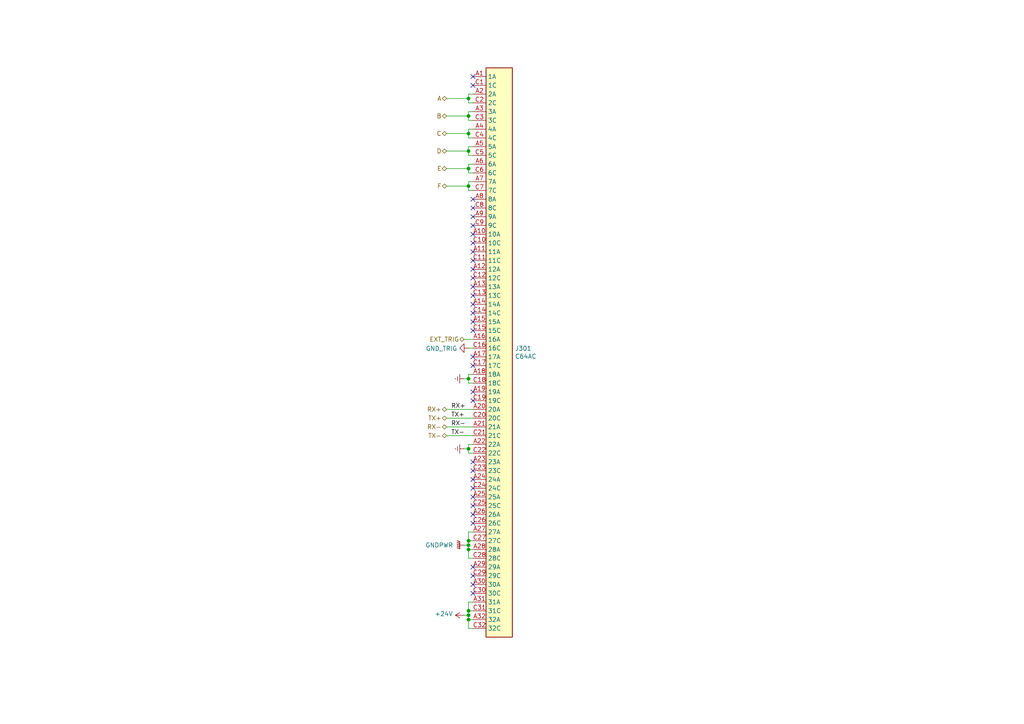
<source format=kicad_sch>
(kicad_sch (version 20230121) (generator eeschema)
  (paper "A4")
  (lib_symbols
    (symbol "Connector:C64AC"
      (property "Reference" "J" (at 0 85.09 0))
      (property "Value" "Connector_C64AC" (at 6.35 1.27 90))
      (symbol "C64AC_0_1"
        (rectangle (start -3.81 -81.28) (end 3.81 83.82) (stroke (width 0.254)) (fill (type background)))
      )
      (symbol "C64AC_1_1"
        (pin passive line (at -7.62 81.28 0) (length 3.81) (name "1A") (number "A1"))
        (pin passive line (at -7.62 35.56 0) (length 3.81) (name "10A") (number "A10"))
        (pin passive line (at -7.62 30.48 0) (length 3.81) (name "11A") (number "A11"))
        (pin passive line (at -7.62 25.4 0) (length 3.81) (name "12A") (number "A12"))
        (pin passive line (at -7.62 20.32 0) (length 3.81) (name "13A") (number "A13"))
        (pin passive line (at -7.62 15.24 0) (length 3.81) (name "14A") (number "A14"))
        (pin passive line (at -7.62 10.16 0) (length 3.81) (name "15A") (number "A15"))
        (pin passive line (at -7.62 5.08 0) (length 3.81) (name "16A") (number "A16"))
        (pin passive line (at -7.62 0 0) (length 3.81) (name "17A") (number "A17"))
        (pin passive line (at -7.62 -5.08 0) (length 3.81) (name "18A") (number "A18"))
        (pin passive line (at -7.62 -10.16 0) (length 3.81) (name "19A") (number "A19"))
        (pin passive line (at -7.62 76.2 0) (length 3.81) (name "2A") (number "A2"))
        (pin passive line (at -7.62 -15.24 0) (length 3.81) (name "20A") (number "A20"))
        (pin passive line (at -7.62 -20.32 0) (length 3.81) (name "21A") (number "A21"))
        (pin passive line (at -7.62 -25.4 0) (length 3.81) (name "22A") (number "A22"))
        (pin passive line (at -7.62 -30.48 0) (length 3.81) (name "23A") (number "A23"))
        (pin passive line (at -7.62 -35.56 0) (length 3.81) (name "24A") (number "A24"))
        (pin passive line (at -7.62 -40.64 0) (length 3.81) (name "25A") (number "A25"))
        (pin passive line (at -7.62 -45.72 0) (length 3.81) (name "26A") (number "A26"))
        (pin passive line (at -7.62 -50.8 0) (length 3.81) (name "27A") (number "A27"))
        (pin passive line (at -7.62 -55.88 0) (length 3.81) (name "28A") (number "A28"))
        (pin passive line (at -7.62 -60.96 0) (length 3.81) (name "29A") (number "A29"))
        (pin passive line (at -7.62 71.12 0) (length 3.81) (name "3A") (number "A3"))
        (pin passive line (at -7.62 -66.04 0) (length 3.81) (name "30A") (number "A30"))
        (pin passive line (at -7.62 -71.12 0) (length 3.81) (name "31A") (number "A31"))
        (pin passive line (at -7.62 -76.2 0) (length 3.81) (name "32A") (number "A32"))
        (pin passive line (at -7.62 66.04 0) (length 3.81) (name "4A") (number "A4"))
        (pin passive line (at -7.62 60.96 0) (length 3.81) (name "5A") (number "A5"))
        (pin passive line (at -7.62 55.88 0) (length 3.81) (name "6A") (number "A6"))
        (pin passive line (at -7.62 50.8 0) (length 3.81) (name "7A") (number "A7"))
        (pin passive line (at -7.62 45.72 0) (length 3.81) (name "8A") (number "A8"))
        (pin passive line (at -7.62 40.64 0) (length 3.81) (name "9A") (number "A9"))
        (pin passive line (at -7.62 78.74 0) (length 3.81) (name "1C") (number "C1"))
        (pin passive line (at -7.62 33.02 0) (length 3.81) (name "10C") (number "C10"))
        (pin passive line (at -7.62 27.94 0) (length 3.81) (name "11C") (number "C11"))
        (pin passive line (at -7.62 22.86 0) (length 3.81) (name "12C") (number "C12"))
        (pin passive line (at -7.62 17.78 0) (length 3.81) (name "13C") (number "C13"))
        (pin passive line (at -7.62 12.7 0) (length 3.81) (name "14C") (number "C14"))
        (pin passive line (at -7.62 7.62 0) (length 3.81) (name "15C") (number "C15"))
        (pin passive line (at -7.62 2.54 0) (length 3.81) (name "16C") (number "C16"))
        (pin passive line (at -7.62 -2.54 0) (length 3.81) (name "17C") (number "C17"))
        (pin passive line (at -7.62 -7.62 0) (length 3.81) (name "18C") (number "C18"))
        (pin passive line (at -7.62 -12.7 0) (length 3.81) (name "19C") (number "C19"))
        (pin passive line (at -7.62 73.66 0) (length 3.81) (name "2C") (number "C2"))
        (pin passive line (at -7.62 -17.78 0) (length 3.81) (name "20C") (number "C20"))
        (pin passive line (at -7.62 -22.86 0) (length 3.81) (name "21C") (number "C21"))
        (pin passive line (at -7.62 -27.94 0) (length 3.81) (name "22C") (number "C22"))
        (pin passive line (at -7.62 -33.02 0) (length 3.81) (name "23C") (number "C23"))
        (pin passive line (at -7.62 -38.1 0) (length 3.81) (name "24C") (number "C24"))
        (pin passive line (at -7.62 -43.18 0) (length 3.81) (name "25C") (number "C25"))
        (pin passive line (at -7.62 -48.26 0) (length 3.81) (name "26C") (number "C26"))
        (pin passive line (at -7.62 -53.34 0) (length 3.81) (name "27C") (number "C27"))
        (pin passive line (at -7.62 -58.42 0) (length 3.81) (name "28C") (number "C28"))
        (pin passive line (at -7.62 -63.5 0) (length 3.81) (name "29C") (number "C29"))
        (pin passive line (at -7.62 68.58 0) (length 3.81) (name "3C") (number "C3"))
        (pin passive line (at -7.62 -68.58 0) (length 3.81) (name "30C") (number "C30"))
        (pin passive line (at -7.62 -73.66 0) (length 3.81) (name "31C") (number "C31"))
        (pin passive line (at -7.62 -78.74 0) (length 3.81) (name "32C") (number "C32"))
        (pin passive line (at -7.62 63.5 0) (length 3.81) (name "4C") (number "C4"))
        (pin passive line (at -7.62 58.42 0) (length 3.81) (name "5C") (number "C5"))
        (pin passive line (at -7.62 53.34 0) (length 3.81) (name "6C") (number "C6"))
        (pin passive line (at -7.62 48.26 0) (length 3.81) (name "7C") (number "C7"))
        (pin passive line (at -7.62 43.18 0) (length 3.81) (name "8C") (number "C8"))
        (pin passive line (at -7.62 38.1 0) (length 3.81) (name "9C") (number "C9"))
      )
    )
    (symbol "ETH1CREF1A:GND_TRIG" (power) (pin_names (offset 0))
      (property "Value" "GND_TRIG" (at 0 -3.81 0))
      (symbol "GND_TRIG_0_1"
        (polyline (pts (xy 0 0) (xy 0 -1.27) (xy 1.27 -1.27) (xy 0 -2.54) (xy -1.27 -1.27) (xy 0 -1.27)))
      )
      (symbol "GND_TRIG_1_1"
        (pin power_in line (at 0 0 270) (length 0) hide (name "GND_TRIG") (number "1"))
      )
    )
    (symbol "power:+24V" (power) (pin_names (offset 0))
      (property "Value" "+24V" (at 0 3.556 0))
      (symbol "+24V_0_1"
        (polyline (pts (xy -0.762 1.27) (xy 0 2.54)))
        (polyline (pts (xy 0 0) (xy 0 2.54)))
        (polyline (pts (xy 0 2.54) (xy 0.762 1.27)))
      )
      (symbol "+24V_1_1"
        (pin power_in line (at 0 0 90) (length 0) hide (name "+24V") (number "1"))
      )
    )
    (symbol "power:Earth" (power) (pin_names (offset 0))
      (symbol "Earth_0_1"
        (polyline (pts (xy -0.635 -1.905) (xy 0.635 -1.905)))
        (polyline (pts (xy -0.127 -2.54) (xy 0.127 -2.54)))
        (polyline (pts (xy 0 -1.27) (xy 0 0)))
        (polyline (pts (xy 1.27 -1.27) (xy -1.27 -1.27)))
      )
      (symbol "Earth_1_1"
        (pin power_in line (at 0 0 270) (length 0) hide (name "Earth") (number "1"))
      )
    )
    (symbol "power:GNDPWR" (power) (pin_names (offset 0))
      (property "Value" "GNDPWR" (at 0 -3.302 0))
      (symbol "GNDPWR_0_1"
        (polyline (pts (xy 0 -1.27) (xy 0 0)))
        (polyline (pts (xy -1.016 -1.27) (xy -1.27 -2.032) (xy -1.27 -2.032)) (stroke (width 0.2032)))
        (polyline (pts (xy -0.508 -1.27) (xy -0.762 -2.032) (xy -0.762 -2.032)) (stroke (width 0.2032)))
        (polyline (pts (xy 0 -1.27) (xy -0.254 -2.032) (xy -0.254 -2.032)) (stroke (width 0.2032)))
        (polyline (pts (xy 0.508 -1.27) (xy 0.254 -2.032) (xy 0.254 -2.032)) (stroke (width 0.2032)))
        (polyline (pts (xy 1.016 -1.27) (xy -1.016 -1.27) (xy -1.016 -1.27)) (stroke (width 0.2032)))
        (polyline (pts (xy 1.016 -1.27) (xy 0.762 -2.032) (xy 0.762 -2.032) (xy 0.762 -2.032)) (stroke (width 0.2032)))
      )
      (symbol "GNDPWR_1_1"
        (pin power_in line (at 0 0 270) (length 0) hide (name "GNDPWR") (number "1"))
      )
    )
  )
  (junction (at 135.89 48.895))
  (junction (at 135.89 38.735))
  (junction (at 135.89 33.655))
  (junction (at 135.89 53.975))
  (junction (at 135.89 158.115))
  (junction (at 135.89 28.575))
  (junction (at 135.89 156.845))
  (junction (at 135.89 159.385))
  (junction (at 135.89 177.165))
  (junction (at 135.89 43.815))
  (junction (at 135.89 130.175))
  (junction (at 135.89 109.855))
  (junction (at 135.89 179.705))
  (junction (at 135.89 178.435))
  (no_connect (at 137.16 70.485))
  (no_connect (at 137.16 136.525))
  (no_connect (at 137.16 93.345))
  (no_connect (at 137.16 22.225))
  (no_connect (at 137.16 146.685))
  (no_connect (at 137.16 139.065))
  (no_connect (at 137.16 141.605))
  (no_connect (at 137.16 151.765))
  (no_connect (at 137.16 85.725))
  (no_connect (at 137.16 106.045))
  (no_connect (at 137.16 80.645))
  (no_connect (at 137.16 73.025))
  (no_connect (at 137.16 24.765))
  (no_connect (at 137.16 57.785))
  (no_connect (at 137.16 149.225))
  (no_connect (at 137.16 78.105))
  (no_connect (at 137.16 164.465))
  (no_connect (at 137.16 90.805))
  (no_connect (at 137.16 172.085))
  (no_connect (at 137.16 144.145))
  (no_connect (at 137.16 113.665))
  (no_connect (at 137.16 169.545))
  (no_connect (at 137.16 60.325))
  (no_connect (at 137.16 167.005))
  (no_connect (at 137.16 116.205))
  (no_connect (at 137.16 133.985))
  (no_connect (at 137.16 75.565))
  (no_connect (at 137.16 95.885))
  (no_connect (at 137.16 83.185))
  (no_connect (at 137.16 65.405))
  (no_connect (at 137.16 88.265))
  (no_connect (at 137.16 67.945))
  (no_connect (at 137.16 62.865))
  (no_connect (at 137.16 103.505))
  (wire (pts (xy 137.16 179.705) (xy 135.89 179.705)))
  (wire (pts (xy 135.89 55.245) (xy 137.16 55.245)))
  (wire (pts (xy 137.16 126.365) (xy 129.54 126.365)))
  (wire (pts (xy 135.89 28.575) (xy 135.89 29.845)))
  (wire (pts (xy 137.16 121.285) (xy 129.54 121.285)))
  (wire (pts (xy 137.16 47.625) (xy 135.89 47.625)))
  (wire (pts (xy 137.16 108.585) (xy 135.89 108.585)))
  (wire (pts (xy 135.89 32.385) (xy 135.89 33.655)))
  (wire (pts (xy 135.89 154.305) (xy 137.16 154.305)))
  (wire (pts (xy 135.89 42.545) (xy 135.89 43.815)))
  (wire (pts (xy 137.16 156.845) (xy 135.89 156.845)))
  (wire (pts (xy 135.89 33.655) (xy 129.54 33.655)))
  (wire (pts (xy 135.89 108.585) (xy 135.89 109.855)))
  (wire (pts (xy 137.16 123.825) (xy 129.54 123.825)))
  (wire (pts (xy 137.16 159.385) (xy 135.89 159.385)))
  (wire (pts (xy 135.89 43.815) (xy 129.54 43.815)))
  (wire (pts (xy 135.89 177.165) (xy 135.89 174.625)))
  (wire (pts (xy 135.89 52.705) (xy 135.89 53.975)))
  (wire (pts (xy 137.16 27.305) (xy 135.89 27.305)))
  (wire (pts (xy 137.16 42.545) (xy 135.89 42.545)))
  (wire (pts (xy 135.89 50.165) (xy 137.16 50.165)))
  (wire (pts (xy 135.89 174.625) (xy 137.16 174.625)))
  (wire (pts (xy 137.16 128.905) (xy 135.89 128.905)))
  (wire (pts (xy 135.89 47.625) (xy 135.89 48.895)))
  (wire (pts (xy 135.89 38.735) (xy 135.89 40.005)))
  (wire (pts (xy 135.89 29.845) (xy 137.16 29.845)))
  (wire (pts (xy 135.89 182.245) (xy 135.89 179.705)))
  (wire (pts (xy 135.89 161.925) (xy 135.89 159.385)))
  (wire (pts (xy 135.89 156.845) (xy 135.89 154.305)))
  (wire (pts (xy 135.89 53.975) (xy 135.89 55.245)))
  (wire (pts (xy 135.89 33.655) (xy 135.89 34.925)))
  (wire (pts (xy 134.62 98.425) (xy 137.16 98.425)))
  (wire (pts (xy 135.89 159.385) (xy 135.89 158.115)))
  (wire (pts (xy 137.16 32.385) (xy 135.89 32.385)))
  (wire (pts (xy 135.89 100.965) (xy 137.16 100.965)))
  (wire (pts (xy 137.16 37.465) (xy 135.89 37.465)))
  (wire (pts (xy 135.89 37.465) (xy 135.89 38.735)))
  (wire (pts (xy 135.89 158.115) (xy 135.89 156.845)))
  (wire (pts (xy 135.89 34.925) (xy 137.16 34.925)))
  (wire (pts (xy 135.89 48.895) (xy 129.54 48.895)))
  (wire (pts (xy 135.89 179.705) (xy 135.89 178.435)))
  (wire (pts (xy 134.62 130.175) (xy 135.89 130.175)))
  (wire (pts (xy 137.16 118.745) (xy 129.54 118.745)))
  (wire (pts (xy 137.16 52.705) (xy 135.89 52.705)))
  (wire (pts (xy 135.89 28.575) (xy 129.54 28.575)))
  (wire (pts (xy 134.62 178.435) (xy 135.89 178.435)))
  (wire (pts (xy 135.89 178.435) (xy 135.89 177.165)))
  (wire (pts (xy 134.62 158.115) (xy 135.89 158.115)))
  (wire (pts (xy 137.16 182.245) (xy 135.89 182.245)))
  (wire (pts (xy 135.89 43.815) (xy 135.89 45.085)))
  (wire (pts (xy 135.89 111.125) (xy 137.16 111.125)))
  (wire (pts (xy 135.89 128.905) (xy 135.89 130.175)))
  (wire (pts (xy 135.89 131.445) (xy 137.16 131.445)))
  (wire (pts (xy 137.16 177.165) (xy 135.89 177.165)))
  (wire (pts (xy 135.89 27.305) (xy 135.89 28.575)))
  (wire (pts (xy 135.89 109.855) (xy 135.89 111.125)))
  (wire (pts (xy 135.89 130.175) (xy 135.89 131.445)))
  (wire (pts (xy 135.89 40.005) (xy 137.16 40.005)))
  (wire (pts (xy 134.62 109.855) (xy 135.89 109.855)))
  (wire (pts (xy 135.89 38.735) (xy 129.54 38.735)))
  (wire (pts (xy 135.89 48.895) (xy 135.89 50.165)))
  (wire (pts (xy 135.89 45.085) (xy 137.16 45.085)))
  (wire (pts (xy 135.89 53.975) (xy 129.54 53.975)))
  (wire (pts (xy 137.16 161.925) (xy 135.89 161.925)))
  (label "TX+" (at 130.81 121.285 0))
  (label "TX-" (at 130.81 126.365 0))
  (label "RX+" (at 130.81 118.745 0))
  (label "RX-" (at 130.81 123.825 0))
  (hierarchical_label "E" (shape bidirectional) (at 129.54 48.895 180))
  (hierarchical_label "RX+" (shape bidirectional) (at 129.54 118.745 180))
  (hierarchical_label "A" (shape bidirectional) (at 129.54 28.575 180))
  (hierarchical_label "D" (shape bidirectional) (at 129.54 43.815 180))
  (hierarchical_label "C" (shape bidirectional) (at 129.54 38.735 180))
  (hierarchical_label "TX+" (shape bidirectional) (at 129.54 121.285 180))
  (hierarchical_label "TX-" (shape bidirectional) (at 129.54 126.365 180))
  (hierarchical_label "RX-" (shape bidirectional) (at 129.54 123.825 180))
  (hierarchical_label "B" (shape bidirectional) (at 129.54 33.655 180))
  (hierarchical_label "F" (shape bidirectional) (at 129.54 53.975 180))
  (hierarchical_label "EXT_TRIG" (shape bidirectional) (at 134.62 98.425 180))
  (symbol (lib_id "power:+24V") (at 134.62 178.435 90) (unit 1)
    (property "Reference" "#PWR0306" (effects hide))
    (property "Value" "+24V" (at 131.3688 178.054 90) (effects (justify left)))
    (instances (project "ETH1CREF1A" (path "" (reference "#PWR0306") (unit 1))) (project "ETH1CREF1A" (path "" (reference "#PWR0504") (unit 1))))
  )
  (symbol (lib_id "power:GNDPWR") (at 134.62 158.115 270) (unit 1)
    (property "Reference" "#PWR054" (effects hide))
    (property "Value" "GNDPWR" (at 131.445 158.115 90) (effects (justify right)))
    (instances (project "LVPREAMP" (path "" (reference "#PWR054") (unit 1))) (project "ETH1CREF1A" (path "" (reference "#PWR0602") (unit 1)) (path "" (reference "#PWR0503") (unit 1))))
  )
  (symbol (lib_id "power:Earth") (at 134.62 130.175 270) (unit 1)
    (property "Reference" "#PWR0304" (effects hide))
    (property "Value" "Earth" (effects hide))
    (instances (project "ETH1CREF1A" (path "" (reference "#PWR0304") (unit 1))) (project "ETH1CREF1A" (path "" (reference "#PWR0502") (unit 1))))
  )
  (symbol (lib_id "power:Earth") (at 134.62 109.855 270) (unit 1)
    (property "Reference" "#PWR0303" (effects hide))
    (property "Value" "Earth" (effects hide))
    (instances (project "ETH1CREF1A" (path "" (reference "#PWR0303") (unit 1))) (project "ETH1CREF1A" (path "" (reference "#PWR0501") (unit 1))))
  )
  (symbol (lib_id "ETH1CREF1A:GND_TRIG") (at 135.89 100.965 270) (unit 1)
    (property "Reference" "#PWR0307" (effects hide))
    (property "Value" "GND_TRIG" (at 132.6388 101.092 90) (effects (justify right)))
    (instances (project "ETH1CREF1A" (path "" (reference "#PWR0307") (unit 1))) (project "ETH1CREF1A" (path "" (reference "#PWR0505") (unit 1))))
  )
  (symbol (lib_id "Connector:C64AC") (at 144.78 103.505 0) (unit 1)
    (property "Reference" "J301" (at 149.352 101.0666 0) (effects (justify left)))
    (property "Value" "C64AC" (at 149.352 103.378 0) (effects (justify left)))
    (property "Footprint" "ETH1CREF1A:Socket_DIN41612-CaseC1-AC-Male-64Pin-2rows" (effects hide))
    (property "Datasheet" " ~" (effects hide))
    (instances (project "ETH1CREF1A" (path "" (reference "J301") (unit 1))) (project "ETH1CREF1A" (path "" (reference "J501") (unit 1))))
  )
)
</source>
